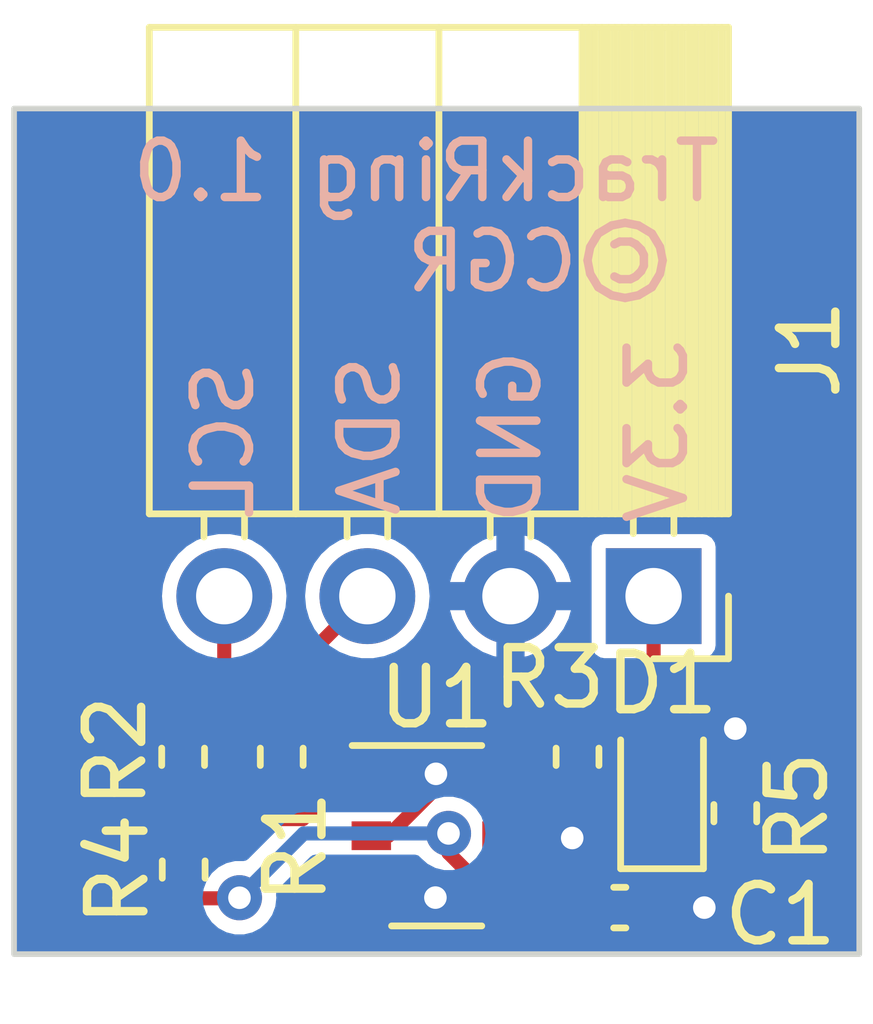
<source format=kicad_pcb>
(kicad_pcb (version 20221018) (generator pcbnew)
  (layers (0 "F.Cu" signal) (31 "B.Cu" signal) (34 "B.Paste" user) (35 "F.Paste" user) (36 "B.SilkS" user "B.Silkscreen") (37 "F.SilkS" user "F.Silkscreen") (38 "B.Mask" user) (39 "F.Mask" user) (44 "Edge.Cuts" user))
  (net 0 "")
  (net 1 "/VCC")
  (net 2 "GND")
  (net 3 "/SDA")
  (net 4 "/SCL")
  (net 5 "Net-(U1-SDA)")
  (net 6 "Net-(U1-SCL)")
  (net 7 "Net-(D1-K)")
  (footprint "Connector_PinSocket_2.54mm:PinSocket_1x04_P2.54mm_Horizontal" (layer "F.Cu") (at 29.85 28.65 -90)
    (fp_text reference "J1" (at -4.38 -2.77 90) (layer "F.SilkS"))
    (fp_text value "Conn_01x04")
    (fp_line (start -10.09 -1.33) (end -10.09 8.95) (stroke (width 0.12)) (layer "F.SilkS"))
    (fp_line (start -10.09 -1.33) (end -1.46 -1.33) (stroke (width 0.12)) (layer "F.SilkS"))
    (fp_line (start -10.09 -1.21) (end -1.46 -1.21) (stroke (width 0.12)) (layer "F.SilkS"))
    (fp_line (start -10.09 -1.091905) (end -1.46 -1.091905) (stroke (width 0.12)) (layer "F.SilkS"))
    (fp_line (start -10.09 -0.97381) (end -1.46 -0.97381) (stroke (width 0.12)) (layer "F.SilkS"))
    (fp_line (start -10.09 -0.855715) (end -1.46 -0.855715) (stroke (width 0.12)) (layer "F.SilkS"))
    (fp_line (start -10.09 -0.73762) (end -1.46 -0.73762) (stroke (width 0.12)) (layer "F.SilkS"))
    (fp_line (start -10.09 -0.619525) (end -1.46 -0.619525) (stroke (width 0.12)) (layer "F.SilkS"))
    (fp_line (start -10.09 -0.50143) (end -1.46 -0.50143) (stroke (width 0.12)) (layer "F.SilkS"))
    (fp_line (start -10.09 -0.383335) (end -1.46 -0.383335) (stroke (width 0.12)) (layer "F.SilkS"))
    (fp_line (start -10.09 -0.26524) (end -1.46 -0.26524) (stroke (width 0.12)) (layer "F.SilkS"))
    (fp_line (start -10.09 -0.147145) (end -1.46 -0.147145) (stroke (width 0.12)) (layer "F.SilkS"))
    (fp_line (start -10.09 -0.02905) (end -1.46 -0.02905) (stroke (width 0.12)) (layer "F.SilkS"))
    (fp_line (start -10.09 0.089045) (end -1.46 0.089045) (stroke (width 0.12)) (layer "F.SilkS"))
    (fp_line (start -10.09 0.20714) (end -1.46 0.20714) (stroke (width 0.12)) (layer "F.SilkS"))
    (fp_line (start -10.09 0.325235) (end -1.46 0.325235) (stroke (width 0.12)) (layer "F.SilkS"))
    (fp_line (start -10.09 0.44333) (end -1.46 0.44333) (stroke (width 0.12)) (layer "F.SilkS"))
    (fp_line (start -10.09 0.561425) (end -1.46 0.561425) (stroke (width 0.12)) (layer "F.SilkS"))
    (fp_line (start -10.09 0.67952) (end -1.46 0.67952) (stroke (width 0.12)) (layer "F.SilkS"))
    (fp_line (start -10.09 0.797615) (end -1.46 0.797615) (stroke (width 0.12)) (layer "F.SilkS"))
    (fp_line (start -10.09 0.91571) (end -1.46 0.91571) (stroke (width 0.12)) (layer "F.SilkS"))
    (fp_line (start -10.09 1.033805) (end -1.46 1.033805) (stroke (width 0.12)) (layer "F.SilkS"))
    (fp_line (start -10.09 1.1519) (end -1.46 1.1519) (stroke (width 0.12)) (layer "F.SilkS"))
    (fp_line (start -10.09 1.27) (end -1.46 1.27) (stroke (width 0.12)) (layer "F.SilkS"))
    (fp_line (start -10.09 3.81) (end -1.46 3.81) (stroke (width 0.12)) (layer "F.SilkS"))
    (fp_line (start -10.09 6.35) (end -1.46 6.35) (stroke (width 0.12)) (layer "F.SilkS"))
    (fp_line (start -10.09 8.95) (end -1.46 8.95) (stroke (width 0.12)) (layer "F.SilkS"))
    (fp_line (start -1.46 -1.33) (end -1.46 8.95) (stroke (width 0.12)) (layer "F.SilkS"))
    (fp_line (start -1.46 -0.36) (end -1.11 -0.36) (stroke (width 0.12)) (layer "F.SilkS"))
    (fp_line (start -1.46 0.36) (end -1.11 0.36) (stroke (width 0.12)) (layer "F.SilkS"))
    (fp_line (start -1.46 2.18) (end -1.05 2.18) (stroke (width 0.12)) (layer "F.SilkS"))
    (fp_line (start -1.46 2.9) (end -1.05 2.9) (stroke (width 0.12)) (layer "F.SilkS"))
    (fp_line (start -1.46 4.72) (end -1.05 4.72) (stroke (width 0.12)) (layer "F.SilkS"))
    (fp_line (start -1.46 5.44) (end -1.05 5.44) (stroke (width 0.12)) (layer "F.SilkS"))
    (fp_line (start -1.46 7.26) (end -1.05 7.26) (stroke (width 0.12)) (layer "F.SilkS"))
    (fp_line (start -1.46 7.98) (end -1.05 7.98) (stroke (width 0.12)) (layer "F.SilkS"))
    (fp_line (start 0 -1.33) (end 1.11 -1.33) (stroke (width 0.12)) (layer "F.SilkS"))
    (fp_line (start 1.11 -1.33) (end 1.11 0) (stroke (width 0.12)) (layer "F.SilkS"))
    (pad "1" thru_hole rect (at 0 0 270) (size 1.7 1.7) (drill 1) (layers "*.Cu" "*.Mask") (net 1 "/VCC"))
    (pad "2" thru_hole oval (at 0 2.54 270) (size 1.7 1.7) (drill 1) (layers "*.Cu" "*.Mask") (net 2 "GND"))
    (pad "3" thru_hole oval (at 0 5.08 270) (size 1.7 1.7) (drill 1) (layers "*.Cu" "*.Mask") (net 3 "/SDA"))
    (pad "4" thru_hole oval (at 0 7.62 270) (size 1.7 1.7) (drill 1) (layers "*.Cu" "*.Mask") (net 4 "/SCL"))
  )
  (footprint "Resistor_SMD:R_0402_1005Metric" (layer "F.Cu") (at 21.5 31.5 -90)
    (fp_text reference "R2" (at -0.1 1.2 90) (layer "F.SilkS"))
    (fp_text value "100")
    (fp_line (start -0.153641 -0.38) (end 0.153641 -0.38) (stroke (width 0.12)) (layer "F.SilkS"))
    (fp_line (start -0.153641 0.38) (end 0.153641 0.38) (stroke (width 0.12)) (layer "F.SilkS"))
    (pad "1" smd roundrect (at -0.51 0 270) (size 0.54 0.64) (layers "F.Cu" "F.Paste" "F.Mask") (net 4 "/SCL"))
    (pad "2" smd roundrect (at 0.51 0 270) (size 0.54 0.64) (layers "F.Cu" "F.Paste" "F.Mask") (net 6 "Net-(U1-SCL)"))
  )
  (footprint "Capacitor_SMD:C_0402_1005Metric" (layer "F.Cu") (at 29.25 34.175 180)
    (fp_text reference "C1" (at -2.85 -0.125) (layer "F.SilkS"))
    (fp_text value "0.1uF")
    (fp_line (start -0.107836 -0.36) (end 0.107836 -0.36) (stroke (width 0.12)) (layer "F.SilkS"))
    (fp_line (start -0.107836 0.36) (end 0.107836 0.36) (stroke (width 0.12)) (layer "F.SilkS"))
    (pad "1" smd roundrect (at -0.48 0 180) (size 0.56 0.62) (layers "F.Cu" "F.Paste" "F.Mask") (net 2 "GND"))
    (pad "2" smd roundrect (at 0.48 0 180) (size 0.56 0.62) (layers "F.Cu" "F.Paste" "F.Mask") (net 1 "/VCC"))
  )
  (footprint "LED_SMD:LED_0603_1608Metric" (layer "F.Cu") (at 30 32 90)
    (fp_text reference "D1" (at 1.8 0 180) (layer "F.SilkS"))
    (fp_text value "LED")
    (fp_line (start -1.485 -0.735) (end -1.485 0.735) (stroke (width 0.12)) (layer "F.SilkS"))
    (fp_line (start -1.485 0.735) (end 0.8 0.735) (stroke (width 0.12)) (layer "F.SilkS"))
    (fp_line (start 0.8 -0.735) (end -1.485 -0.735) (stroke (width 0.12)) (layer "F.SilkS"))
    (pad "1" smd roundrect (at -0.7875 0 90) (size 0.875 0.95) (layers "F.Cu" "F.Paste" "F.Mask") (net 7 "Net-(D1-K)"))
    (pad "2" smd roundrect (at 0.7875 0 90) (size 0.875 0.95) (layers "F.Cu" "F.Paste" "F.Mask") (net 1 "/VCC"))
  )
  (footprint "Resistor_SMD:R_0402_1005Metric" (layer "F.Cu") (at 21.51 33.5 90)
    (fp_text reference "R4" (at 0 -1.17 90) (layer "F.SilkS"))
    (fp_text value "1.2K")
    (fp_line (start -0.153641 -0.38) (end 0.153641 -0.38) (stroke (width 0.12)) (layer "F.SilkS"))
    (fp_line (start -0.153641 0.38) (end 0.153641 0.38) (stroke (width 0.12)) (layer "F.SilkS"))
    (pad "1" smd roundrect (at -0.51 0 90) (size 0.54 0.64) (layers "F.Cu" "F.Paste" "F.Mask") (net 1 "/VCC"))
    (pad "2" smd roundrect (at 0.51 0 90) (size 0.54 0.64) (layers "F.Cu" "F.Paste" "F.Mask") (net 4 "/SCL"))
  )
  (footprint "Resistor_SMD:R_0402_1005Metric" (layer "F.Cu") (at 23.25 31.5 -90)
    (fp_text reference "R1" (at 1.6 -0.25 90) (layer "F.SilkS"))
    (fp_text value "100")
    (fp_line (start -0.153641 -0.38) (end 0.153641 -0.38) (stroke (width 0.12)) (layer "F.SilkS"))
    (fp_line (start -0.153641 0.38) (end 0.153641 0.38) (stroke (width 0.12)) (layer "F.SilkS"))
    (pad "1" smd roundrect (at -0.51 0 270) (size 0.54 0.64) (layers "F.Cu" "F.Paste" "F.Mask") (net 3 "/SDA"))
    (pad "2" smd roundrect (at 0.51 0 270) (size 0.54 0.64) (layers "F.Cu" "F.Paste" "F.Mask") (net 5 "Net-(U1-SDA)"))
  )
  (footprint "Resistor_SMD:R_0402_1005Metric" (layer "F.Cu") (at 31.3 32.5 90)
    (fp_text reference "R5" (at 0.1 1.1 90) (layer "F.SilkS"))
    (fp_text value "500")
    (fp_line (start -0.153641 -0.38) (end 0.153641 -0.38) (stroke (width 0.12)) (layer "F.SilkS"))
    (fp_line (start -0.153641 0.38) (end 0.153641 0.38) (stroke (width 0.12)) (layer "F.SilkS"))
    (pad "1" smd roundrect (at -0.51 0 90) (size 0.54 0.64) (layers "F.Cu" "F.Paste" "F.Mask") (net 7 "Net-(D1-K)"))
    (pad "2" smd roundrect (at 0.51 0 90) (size 0.54 0.64) (layers "F.Cu" "F.Paste" "F.Mask") (net 2 "GND"))
  )
  (footprint "Package_SO:TSOP-6_1.65x3.05mm_P0.95mm" (layer "F.Cu") (at 26 32.9)
    (fp_text reference "U1" (at 0 -2.45) (layer "F.SilkS"))
    (fp_text value "TLV493D-A1B6")
    (fp_line (start -0.8 1.6) (end 0.8 1.6) (stroke (width 0.12)) (layer "F.SilkS"))
    (fp_line (start 0.8 -1.6) (end -1.5 -1.6) (stroke (width 0.12)) (layer "F.SilkS"))
    (pad "1" smd rect (at -1.16 -0.95) (size 0.7 0.51) (layers "F.Cu" "F.Paste" "F.Mask") (net 6 "Net-(U1-SCL)"))
    (pad "2" smd rect (at -1.16 0) (size 0.7 0.51) (layers "F.Cu" "F.Paste" "F.Mask") (net 2 "GND"))
    (pad "3" smd rect (at -1.16 0.95) (size 0.7 0.51) (layers "F.Cu" "F.Paste" "F.Mask") (net 2 "GND"))
    (pad "4" smd rect (at 1.16 0.95) (size 0.7 0.51) (layers "F.Cu" "F.Paste" "F.Mask") (net 1 "/VCC"))
    (pad "5" smd rect (at 1.16 0) (size 0.7 0.51) (layers "F.Cu" "F.Paste" "F.Mask") (net 2 "GND"))
    (pad "6" smd rect (at 1.16 -0.95) (size 0.7 0.51) (layers "F.Cu" "F.Paste" "F.Mask") (net 5 "Net-(U1-SDA)"))
  )
  (footprint "Resistor_SMD:R_0402_1005Metric" (layer "F.Cu") (at 28.5 31.5 90)
    (fp_text reference "R3" (at 1.4 -0.5 180) (layer "F.SilkS"))
    (fp_text value "1.2K")
    (fp_line (start -0.153641 -0.38) (end 0.153641 -0.38) (stroke (width 0.12)) (layer "F.SilkS"))
    (fp_line (start -0.153641 0.38) (end 0.153641 0.38) (stroke (width 0.12)) (layer "F.SilkS"))
    (pad "1" smd roundrect (at -0.51 0 90) (size 0.54 0.64) (layers "F.Cu" "F.Paste" "F.Mask") (net 1 "/VCC"))
    (pad "2" smd roundrect (at 0.51 0 90) (size 0.54 0.64) (layers "F.Cu" "F.Paste" "F.Mask") (net 3 "/SDA"))
  )
  (gr_rect (start 18.5 20) (end 33.5 35) (stroke (width 0.1)) (fill none) (layer "Edge.Cuts"))
  (gr_text "GND" (at 27.9 24.2 90) (layer "B.SilkS") (effects (font (size 1 1)) (justify left bottom mirror)))
  (gr_text "©CGR" (at 30.3 23.3) (layer "B.SilkS") (effects (font (size 1 1)) (justify left bottom mirror)))
  (gr_text "SDA" (at 25.4 24.3 90) (layer "B.SilkS") (effects (font (size 1 1)) (justify left bottom mirror)))
  (gr_text "SCL" (at 22.8 24.4 90) (layer "B.SilkS") (effects (font (size 1 1)) (justify left bottom mirror)))
  (gr_text "3.3V" (at 30.5 24 90) (layer "B.SilkS") (effects (font (size 1 1)) (justify left bottom mirror)))
  (gr_text "TrackRing 1.0" (at 31.1 21.7) (layer "B.SilkS") (effects (font (size 1 1)) (justify left bottom mirror)))
  (segment (start 29.2975 31.2125) (end 28.5 32.01) (width 0.25) (layer "F.Cu") (net 1))
  (segment (start 26.2105 32.859098) (end 26.2105 33.2055) (width 0.25) (layer "F.Cu") (net 1))
  (segment (start 26.855 33.85) (end 27.16 33.85) (width 0.25) (layer "F.Cu") (net 1))
  (segment (start 30 31.2125) (end 29.2975 31.2125) (width 0.25) (layer "F.Cu") (net 1))
  (segment (start 28.445 33.85) (end 28.77 34.175) (width 0.25) (layer "F.Cu") (net 1))
  (segment (start 26.2105 33.2055) (end 26.855 33.85) (width 0.25) (layer "F.Cu") (net 1))
  (segment (start 29.130523 32.640523) (end 29.130523 33.814477) (width 0.25) (layer "F.Cu") (net 1))
  (segment (start 29.85 28.65) (end 29.85 31.0625) (width 0.25) (layer "F.Cu") (net 1))
  (segment (start 29.85 31.0625) (end 30 31.2125) (width 0.25) (layer "F.Cu") (net 1))
  (segment (start 28.5 32.01) (end 29.130523 32.640523) (width 0.25) (layer "F.Cu") (net 1))
  (segment (start 21.51 34.01) (end 22.49 34.01) (width 0.25) (layer "F.Cu") (net 1))
  (segment (start 29.130523 33.814477) (end 28.77 34.175) (width 0.25) (layer "F.Cu") (net 1))
  (segment (start 27.16 33.85) (end 28.445 33.85) (width 0.25) (layer "F.Cu") (net 1))
  (segment (start 22.49 34.01) (end 22.5 34) (width 0.25) (layer "F.Cu") (net 1))
  (via (at 22.5 34) (size 0.8) (drill 0.4) (layers "F.Cu" "B.Cu") (net 1))
  (via (at 26.2105 32.859098) (size 0.8) (drill 0.4) (layers "F.Cu" "B.Cu") (net 1))
  (segment (start 23.640902 32.859098) (end 26.2105 32.859098) (width 0.25) (layer "B.Cu") (net 1))
  (segment (start 22.5 34) (end 23.640902 32.859098) (width 0.25) (layer "B.Cu") (net 1))
  (segment (start 27.200121 32.940121) (end 27.16 32.9) (width 0.25) (layer "F.Cu") (net 2))
  (segment (start 25.987182 32.057818) (end 25.145 32.9) (width 0.25) (layer "F.Cu") (net 2))
  (segment (start 25.977701 33.997299) (end 25.830402 33.85) (width 0.25) (layer "F.Cu") (net 2))
  (segment (start 29.73 34.175) (end 30.75 34.175) (width 0.25) (layer "F.Cu") (net 2))
  (segment (start 31.3 31.99) (end 31.3 31) (width 0.25) (layer "F.Cu") (net 2))
  (segment (start 25.987182 31.80178) (end 25.987182 32.057818) (width 0.25) (layer "F.Cu") (net 2))
  (segment (start 28.405523 32.940121) (end 27.200121 32.940121) (width 0.25) (layer "F.Cu") (net 2))
  (segment (start 25.830402 33.85) (end 24.84 33.85) (width 0.25) (layer "F.Cu") (net 2))
  (segment (start 25.145 32.9) (end 24.84 32.9) (width 0.25) (layer "F.Cu") (net 2))
  (via (at 25.977701 33.997299) (size 0.8) (drill 0.4) (layers "F.Cu" "B.Cu") (net 2))
  (via (at 28.405523 32.940121) (size 0.8) (drill 0.4) (layers "F.Cu" "B.Cu") (net 2))
  (via (at 31.3 31) (size 0.8) (drill 0.4) (layers "F.Cu" "B.Cu") (net 2))
  (via (at 25.987182 31.80178) (size 0.8) (drill 0.4) (layers "F.Cu" "B.Cu") (net 2))
  (via (at 30.75 34.175) (size 0.8) (drill 0.4) (layers "F.Cu" "B.Cu") (net 2))
  (segment (start 28.11 30.6) (end 28.5 30.99) (width 0.25) (layer "F.Cu") (net 3))
  (segment (start 23.64 30.6) (end 28.11 30.6) (width 0.25) (layer "F.Cu") (net 3))
  (segment (start 23.25 30.99) (end 23.64 30.6) (width 0.25) (layer "F.Cu") (net 3))
  (segment (start 23.25 30.17) (end 24.77 28.65) (width 0.25) (layer "F.Cu") (net 3))
  (segment (start 23.25 30.99) (end 23.25 30.17) (width 0.25) (layer "F.Cu") (net 3))
  (segment (start 21.5 30.99) (end 22.23 30.26) (width 0.25) (layer "F.Cu") (net 4))
  (segment (start 22.23 30.26) (end 22.23 28.65) (width 0.25) (layer "F.Cu") (net 4))
  (segment (start 21.5 30.99) (end 20.855 31.635) (width 0.25) (layer "F.Cu") (net 4))
  (segment (start 20.855 31.635) (end 20.855 32.335) (width 0.25) (layer "F.Cu") (net 4))
  (segment (start 20.855 32.335) (end 21.51 32.99) (width 0.25) (layer "F.Cu") (net 4))
  (segment (start 24.21 31.05) (end 23.25 32.01) (width 0.25) (layer "F.Cu") (net 5))
  (segment (start 24.21 31.05) (end 26.26 31.05) (width 0.25) (layer "F.Cu") (net 5))
  (segment (start 26.26 31.05) (end 27.16 31.95) (width 0.25) (layer "F.Cu") (net 5))
  (segment (start 24.280538 31.95) (end 23.625538 32.605) (width 0.25) (layer "F.Cu") (net 6))
  (segment (start 24.84 31.95) (end 24.280538 31.95) (width 0.25) (layer "F.Cu") (net 6))
  (segment (start 23.625538 32.605) (end 22.095 32.605) (width 0.25) (layer "F.Cu") (net 6))
  (segment (start 22.095 32.605) (end 21.5 32.01) (width 0.25) (layer "F.Cu") (net 6))
  (segment (start 31.2775 32.7875) (end 31.5 33.01) (width 0.25) (layer "F.Cu") (net 7))
  (segment (start 30 32.7875) (end 31.0775 32.7875) (width 0.25) (layer "F.Cu") (net 7))
  (segment (start 31.0775 32.7875) (end 31.3 33.01) (width 0.25) (layer "F.Cu") (net 7))
  (zone (net 2) (net_name "GND") (layer "B.Cu") (connect_pads (clearance 0.25)) (min_thickness 0.25) (fill yes (thermal_gap 0.25) (thermal_bridge_width 0.5))
    (polygon (pts (xy 18.25 19.75) (xy 33.75 19.75) (xy 33.75 35.25) (xy 18.25 35.25)))
  )
)
</source>
